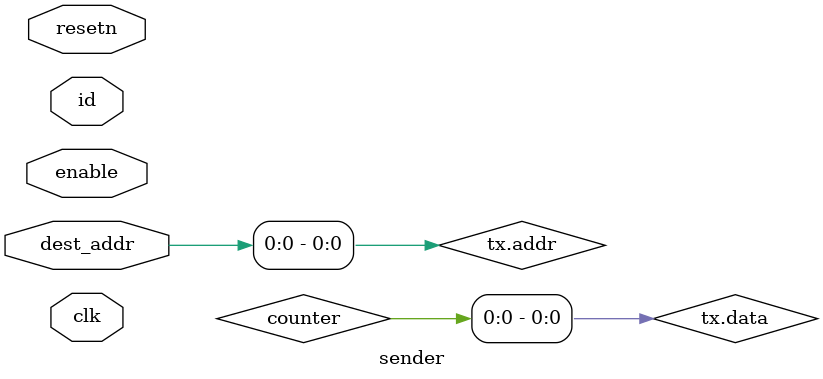
<source format=sv>

`include "nap_interfaces.svh"

module sender
(
    input wire          clk,
    input wire          resetn,
    input wire          enable,
    input wire          id,
    input wire[3:0]     dest_addr,
    t_ETH_STREAM.tx     tx
);

    // This counter serves as a countdown timer
    logic[63:0] counter;


    assign tx.addr = dest_addr;
    assign tx.data = {191'b0, id, counter};
    assign tx.sop  = (counter[1:0] == 0);
    assign tx.eop  = (counter[1:0] == 3);
    assign tx.valid = tx.ready & enable;

    always @(posedge clk) begin
        if (resetn == 0) begin
            counter  <= 0;
        end else begin
            counter  <= counter;
            if (tx.ready & enable) begin
                counter++;
            end
        end
    end

endmodule

</source>
